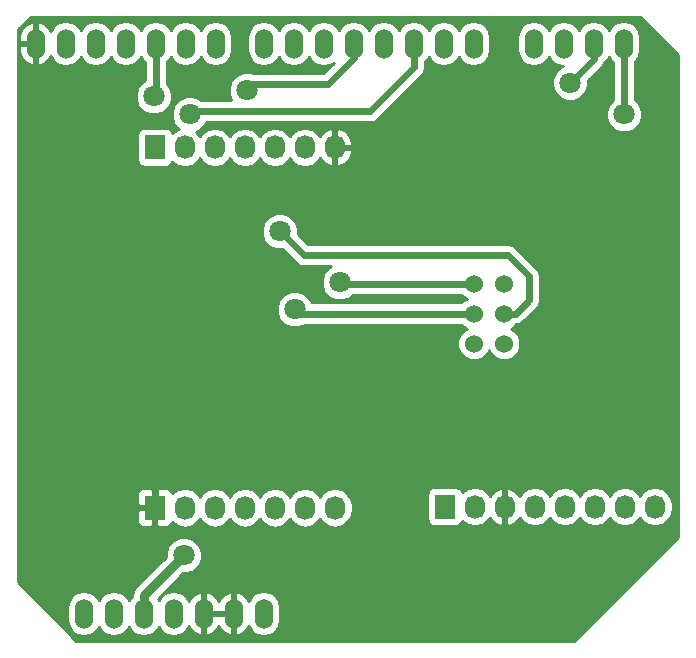
<source format=gtl>
G04 #@! TF.FileFunction,Copper,L1,Top,Signal*
%FSLAX46Y46*%
G04 Gerber Fmt 4.6, Leading zero omitted, Abs format (unit mm)*
G04 Created by KiCad (PCBNEW 4.0.2+e4-6225~38~ubuntu15.10.1-stable) date lun 30 may 2016 16:09:53 CLT*
%MOMM*%
G01*
G04 APERTURE LIST*
%ADD10C,0.100000*%
%ADD11O,1.524000X2.540000*%
%ADD12C,1.524000*%
%ADD13R,1.727200X2.032000*%
%ADD14O,1.727200X2.032000*%
%ADD15C,1.800000*%
%ADD16C,0.600000*%
%ADD17C,0.750000*%
%ADD18C,0.254000*%
G04 APERTURE END LIST*
D10*
D11*
X217081100Y-54203600D03*
X219621100Y-54203600D03*
X222161100Y-54203600D03*
X224701100Y-54203600D03*
X194221100Y-102463600D03*
X191681100Y-102463600D03*
X189141100Y-102463600D03*
X184061100Y-102463600D03*
X181521100Y-102463600D03*
X212001100Y-54203600D03*
X209461100Y-54203600D03*
X206921100Y-54203600D03*
X204381100Y-54203600D03*
X201841100Y-54203600D03*
X199301100Y-54203600D03*
X196761100Y-54203600D03*
X194221100Y-54203600D03*
X190157100Y-54203600D03*
X187617100Y-54203600D03*
X185077100Y-54203600D03*
X182537100Y-54203600D03*
X179997100Y-54203600D03*
X177457100Y-54203600D03*
X174917100Y-54203600D03*
X186601100Y-102463600D03*
D12*
X212001100Y-74523600D03*
X214541100Y-74523600D03*
X212001100Y-77063600D03*
X214541100Y-77063600D03*
X212001100Y-79603600D03*
X214541100Y-79603600D03*
D11*
X178981100Y-102463600D03*
D13*
X185000000Y-93500000D03*
D14*
X187540000Y-93500000D03*
X190080000Y-93500000D03*
X192620000Y-93500000D03*
X195160000Y-93500000D03*
X197700000Y-93500000D03*
X200240000Y-93500000D03*
D13*
X185000000Y-63000000D03*
D14*
X187540000Y-63000000D03*
X190080000Y-63000000D03*
X192620000Y-63000000D03*
X195160000Y-63000000D03*
X197700000Y-63000000D03*
X200240000Y-63000000D03*
D13*
X209550000Y-93408500D03*
D14*
X212090000Y-93408500D03*
X214630000Y-93408500D03*
X217170000Y-93408500D03*
X219710000Y-93408500D03*
X222250000Y-93408500D03*
X224790000Y-93408500D03*
X227330000Y-93408500D03*
D15*
X220154500Y-57531000D03*
X224726500Y-60198000D03*
X175323500Y-70167500D03*
X187452000Y-97536000D03*
X187960000Y-60198000D03*
X192786000Y-58166000D03*
X184912000Y-58674000D03*
X200660000Y-74422000D03*
X196850000Y-76708000D03*
X195580000Y-70104000D03*
D16*
X222161100Y-55524400D02*
X222161100Y-54203600D01*
X220154500Y-57531000D02*
X222161100Y-55524400D01*
X224701100Y-60172600D02*
X224701100Y-54203600D01*
X224726500Y-60198000D02*
X224701100Y-60172600D01*
X185000000Y-93500000D02*
X185000000Y-79844000D01*
X185000000Y-79844000D02*
X175323500Y-70167500D01*
D17*
X184061100Y-102463600D02*
X184061100Y-100926900D01*
X184061100Y-100926900D02*
X187452000Y-97536000D01*
D16*
X206921100Y-56222900D02*
X206921100Y-54203600D01*
X203200000Y-59944000D02*
X206921100Y-56222900D01*
X188214000Y-59944000D02*
X203200000Y-59944000D01*
X187960000Y-60198000D02*
X188214000Y-59944000D01*
X199644000Y-57658000D02*
X201841100Y-55460900D01*
X193294000Y-57658000D02*
X199644000Y-57658000D01*
X192786000Y-58166000D02*
X193294000Y-57658000D01*
X201841100Y-55460900D02*
X201841100Y-54203600D01*
X185077100Y-58508900D02*
X185077100Y-54203600D01*
X184912000Y-58674000D02*
X185077100Y-58508900D01*
X200761600Y-74523600D02*
X212001100Y-74523600D01*
X200660000Y-74422000D02*
X200761600Y-74523600D01*
X197205600Y-77063600D02*
X212001100Y-77063600D01*
X196850000Y-76708000D02*
X197205600Y-77063600D01*
X215544400Y-77063600D02*
X214541100Y-77063600D01*
X216662000Y-75946000D02*
X215544400Y-77063600D01*
X216662000Y-73914000D02*
X216662000Y-75946000D01*
X214884000Y-72136000D02*
X216662000Y-73914000D01*
X197612000Y-72136000D02*
X214884000Y-72136000D01*
X195580000Y-70104000D02*
X197612000Y-72136000D01*
D18*
G36*
X229298500Y-55170606D02*
X229298500Y-95959394D01*
X220482894Y-104775000D01*
X178360606Y-104775000D01*
X175503885Y-101918279D01*
X177584100Y-101918279D01*
X177584100Y-103008921D01*
X177690440Y-103543530D01*
X177993272Y-103996749D01*
X178446491Y-104299581D01*
X178981100Y-104405921D01*
X179515709Y-104299581D01*
X179968928Y-103996749D01*
X180251100Y-103574450D01*
X180533272Y-103996749D01*
X180986491Y-104299581D01*
X181521100Y-104405921D01*
X182055709Y-104299581D01*
X182508928Y-103996749D01*
X182791100Y-103574450D01*
X183073272Y-103996749D01*
X183526491Y-104299581D01*
X184061100Y-104405921D01*
X184595709Y-104299581D01*
X185048928Y-103996749D01*
X185331100Y-103574450D01*
X185613272Y-103996749D01*
X186066491Y-104299581D01*
X186601100Y-104405921D01*
X187135709Y-104299581D01*
X187588928Y-103996749D01*
X187880430Y-103560487D01*
X187899041Y-103623541D01*
X188243074Y-104049230D01*
X188723823Y-104310860D01*
X188798030Y-104325820D01*
X189014100Y-104203320D01*
X189014100Y-102590600D01*
X189268100Y-102590600D01*
X189268100Y-104203320D01*
X189484170Y-104325820D01*
X189558377Y-104310860D01*
X190039126Y-104049230D01*
X190383159Y-103623541D01*
X190411100Y-103528877D01*
X190439041Y-103623541D01*
X190783074Y-104049230D01*
X191263823Y-104310860D01*
X191338030Y-104325820D01*
X191554100Y-104203320D01*
X191554100Y-102590600D01*
X189268100Y-102590600D01*
X189014100Y-102590600D01*
X188994100Y-102590600D01*
X188994100Y-102336600D01*
X189014100Y-102336600D01*
X189014100Y-100723880D01*
X189268100Y-100723880D01*
X189268100Y-102336600D01*
X191554100Y-102336600D01*
X191554100Y-100723880D01*
X191808100Y-100723880D01*
X191808100Y-102336600D01*
X191828100Y-102336600D01*
X191828100Y-102590600D01*
X191808100Y-102590600D01*
X191808100Y-104203320D01*
X192024170Y-104325820D01*
X192098377Y-104310860D01*
X192579126Y-104049230D01*
X192923159Y-103623541D01*
X192941770Y-103560487D01*
X193233272Y-103996749D01*
X193686491Y-104299581D01*
X194221100Y-104405921D01*
X194755709Y-104299581D01*
X195208928Y-103996749D01*
X195511760Y-103543530D01*
X195618100Y-103008921D01*
X195618100Y-101918279D01*
X195511760Y-101383670D01*
X195208928Y-100930451D01*
X194755709Y-100627619D01*
X194221100Y-100521279D01*
X193686491Y-100627619D01*
X193233272Y-100930451D01*
X192941770Y-101366713D01*
X192923159Y-101303659D01*
X192579126Y-100877970D01*
X192098377Y-100616340D01*
X192024170Y-100601380D01*
X191808100Y-100723880D01*
X191554100Y-100723880D01*
X191338030Y-100601380D01*
X191263823Y-100616340D01*
X190783074Y-100877970D01*
X190439041Y-101303659D01*
X190411100Y-101398323D01*
X190383159Y-101303659D01*
X190039126Y-100877970D01*
X189558377Y-100616340D01*
X189484170Y-100601380D01*
X189268100Y-100723880D01*
X189014100Y-100723880D01*
X188798030Y-100601380D01*
X188723823Y-100616340D01*
X188243074Y-100877970D01*
X187899041Y-101303659D01*
X187880430Y-101366713D01*
X187588928Y-100930451D01*
X187135709Y-100627619D01*
X186601100Y-100521279D01*
X186066491Y-100627619D01*
X185613272Y-100930451D01*
X185331100Y-101352750D01*
X185223957Y-101192399D01*
X187345449Y-99070907D01*
X187755991Y-99071265D01*
X188320371Y-98838068D01*
X188752551Y-98406643D01*
X188986733Y-97842670D01*
X188987265Y-97232009D01*
X188754068Y-96667629D01*
X188322643Y-96235449D01*
X187758670Y-96001267D01*
X187148009Y-96000735D01*
X186583629Y-96233932D01*
X186151449Y-96665357D01*
X185917267Y-97229330D01*
X185916907Y-97642737D01*
X183346922Y-100212722D01*
X183127982Y-100540390D01*
X183051100Y-100926900D01*
X183051100Y-100963634D01*
X182791100Y-101352750D01*
X182508928Y-100930451D01*
X182055709Y-100627619D01*
X181521100Y-100521279D01*
X180986491Y-100627619D01*
X180533272Y-100930451D01*
X180251100Y-101352750D01*
X179968928Y-100930451D01*
X179515709Y-100627619D01*
X178981100Y-100521279D01*
X178446491Y-100627619D01*
X177993272Y-100930451D01*
X177690440Y-101383670D01*
X177584100Y-101918279D01*
X175503885Y-101918279D01*
X173418500Y-99832894D01*
X173418500Y-93785750D01*
X183501400Y-93785750D01*
X183501400Y-94642309D01*
X183598073Y-94875698D01*
X183776701Y-95054327D01*
X184010090Y-95151000D01*
X184714250Y-95151000D01*
X184873000Y-94992250D01*
X184873000Y-93627000D01*
X183660150Y-93627000D01*
X183501400Y-93785750D01*
X173418500Y-93785750D01*
X173418500Y-92357691D01*
X183501400Y-92357691D01*
X183501400Y-93214250D01*
X183660150Y-93373000D01*
X184873000Y-93373000D01*
X184873000Y-92007750D01*
X185127000Y-92007750D01*
X185127000Y-93373000D01*
X185147000Y-93373000D01*
X185147000Y-93627000D01*
X185127000Y-93627000D01*
X185127000Y-94992250D01*
X185285750Y-95151000D01*
X185989910Y-95151000D01*
X186223299Y-95054327D01*
X186401927Y-94875698D01*
X186465500Y-94722220D01*
X186480330Y-94744415D01*
X186966511Y-95069271D01*
X187540000Y-95183345D01*
X188113489Y-95069271D01*
X188599670Y-94744415D01*
X188810000Y-94429634D01*
X189020330Y-94744415D01*
X189506511Y-95069271D01*
X190080000Y-95183345D01*
X190653489Y-95069271D01*
X191139670Y-94744415D01*
X191350000Y-94429634D01*
X191560330Y-94744415D01*
X192046511Y-95069271D01*
X192620000Y-95183345D01*
X193193489Y-95069271D01*
X193679670Y-94744415D01*
X193890000Y-94429634D01*
X194100330Y-94744415D01*
X194586511Y-95069271D01*
X195160000Y-95183345D01*
X195733489Y-95069271D01*
X196219670Y-94744415D01*
X196430000Y-94429634D01*
X196640330Y-94744415D01*
X197126511Y-95069271D01*
X197700000Y-95183345D01*
X198273489Y-95069271D01*
X198759670Y-94744415D01*
X198970000Y-94429634D01*
X199180330Y-94744415D01*
X199666511Y-95069271D01*
X200240000Y-95183345D01*
X200813489Y-95069271D01*
X201299670Y-94744415D01*
X201624526Y-94258234D01*
X201738600Y-93684745D01*
X201738600Y-93315255D01*
X201624526Y-92741766D01*
X201391154Y-92392500D01*
X208038960Y-92392500D01*
X208038960Y-94424500D01*
X208083238Y-94659817D01*
X208222310Y-94875941D01*
X208434510Y-95020931D01*
X208686400Y-95071940D01*
X210413600Y-95071940D01*
X210648917Y-95027662D01*
X210865041Y-94888590D01*
X211010031Y-94676390D01*
X211018400Y-94635061D01*
X211030330Y-94652915D01*
X211516511Y-94977771D01*
X212090000Y-95091845D01*
X212663489Y-94977771D01*
X213149670Y-94652915D01*
X213356461Y-94343431D01*
X213727964Y-94759232D01*
X214255209Y-95013209D01*
X214270974Y-95015858D01*
X214503000Y-94894717D01*
X214503000Y-93535500D01*
X214483000Y-93535500D01*
X214483000Y-93281500D01*
X214503000Y-93281500D01*
X214503000Y-91922283D01*
X214757000Y-91922283D01*
X214757000Y-93281500D01*
X214777000Y-93281500D01*
X214777000Y-93535500D01*
X214757000Y-93535500D01*
X214757000Y-94894717D01*
X214989026Y-95015858D01*
X215004791Y-95013209D01*
X215532036Y-94759232D01*
X215903539Y-94343431D01*
X216110330Y-94652915D01*
X216596511Y-94977771D01*
X217170000Y-95091845D01*
X217743489Y-94977771D01*
X218229670Y-94652915D01*
X218440000Y-94338134D01*
X218650330Y-94652915D01*
X219136511Y-94977771D01*
X219710000Y-95091845D01*
X220283489Y-94977771D01*
X220769670Y-94652915D01*
X220980000Y-94338134D01*
X221190330Y-94652915D01*
X221676511Y-94977771D01*
X222250000Y-95091845D01*
X222823489Y-94977771D01*
X223309670Y-94652915D01*
X223520000Y-94338134D01*
X223730330Y-94652915D01*
X224216511Y-94977771D01*
X224790000Y-95091845D01*
X225363489Y-94977771D01*
X225849670Y-94652915D01*
X226060000Y-94338134D01*
X226270330Y-94652915D01*
X226756511Y-94977771D01*
X227330000Y-95091845D01*
X227903489Y-94977771D01*
X228389670Y-94652915D01*
X228714526Y-94166734D01*
X228828600Y-93593245D01*
X228828600Y-93223755D01*
X228714526Y-92650266D01*
X228389670Y-92164085D01*
X227903489Y-91839229D01*
X227330000Y-91725155D01*
X226756511Y-91839229D01*
X226270330Y-92164085D01*
X226060000Y-92478866D01*
X225849670Y-92164085D01*
X225363489Y-91839229D01*
X224790000Y-91725155D01*
X224216511Y-91839229D01*
X223730330Y-92164085D01*
X223520000Y-92478866D01*
X223309670Y-92164085D01*
X222823489Y-91839229D01*
X222250000Y-91725155D01*
X221676511Y-91839229D01*
X221190330Y-92164085D01*
X220980000Y-92478866D01*
X220769670Y-92164085D01*
X220283489Y-91839229D01*
X219710000Y-91725155D01*
X219136511Y-91839229D01*
X218650330Y-92164085D01*
X218440000Y-92478866D01*
X218229670Y-92164085D01*
X217743489Y-91839229D01*
X217170000Y-91725155D01*
X216596511Y-91839229D01*
X216110330Y-92164085D01*
X215903539Y-92473569D01*
X215532036Y-92057768D01*
X215004791Y-91803791D01*
X214989026Y-91801142D01*
X214757000Y-91922283D01*
X214503000Y-91922283D01*
X214270974Y-91801142D01*
X214255209Y-91803791D01*
X213727964Y-92057768D01*
X213356461Y-92473569D01*
X213149670Y-92164085D01*
X212663489Y-91839229D01*
X212090000Y-91725155D01*
X211516511Y-91839229D01*
X211030330Y-92164085D01*
X211020757Y-92178413D01*
X211016762Y-92157183D01*
X210877690Y-91941059D01*
X210665490Y-91796069D01*
X210413600Y-91745060D01*
X208686400Y-91745060D01*
X208451083Y-91789338D01*
X208234959Y-91928410D01*
X208089969Y-92140610D01*
X208038960Y-92392500D01*
X201391154Y-92392500D01*
X201299670Y-92255585D01*
X200813489Y-91930729D01*
X200240000Y-91816655D01*
X199666511Y-91930729D01*
X199180330Y-92255585D01*
X198970000Y-92570366D01*
X198759670Y-92255585D01*
X198273489Y-91930729D01*
X197700000Y-91816655D01*
X197126511Y-91930729D01*
X196640330Y-92255585D01*
X196430000Y-92570366D01*
X196219670Y-92255585D01*
X195733489Y-91930729D01*
X195160000Y-91816655D01*
X194586511Y-91930729D01*
X194100330Y-92255585D01*
X193890000Y-92570366D01*
X193679670Y-92255585D01*
X193193489Y-91930729D01*
X192620000Y-91816655D01*
X192046511Y-91930729D01*
X191560330Y-92255585D01*
X191350000Y-92570366D01*
X191139670Y-92255585D01*
X190653489Y-91930729D01*
X190080000Y-91816655D01*
X189506511Y-91930729D01*
X189020330Y-92255585D01*
X188810000Y-92570366D01*
X188599670Y-92255585D01*
X188113489Y-91930729D01*
X187540000Y-91816655D01*
X186966511Y-91930729D01*
X186480330Y-92255585D01*
X186465500Y-92277780D01*
X186401927Y-92124302D01*
X186223299Y-91945673D01*
X185989910Y-91849000D01*
X185285750Y-91849000D01*
X185127000Y-92007750D01*
X184873000Y-92007750D01*
X184714250Y-91849000D01*
X184010090Y-91849000D01*
X183776701Y-91945673D01*
X183598073Y-92124302D01*
X183501400Y-92357691D01*
X173418500Y-92357691D01*
X173418500Y-70407991D01*
X194044735Y-70407991D01*
X194277932Y-70972371D01*
X194709357Y-71404551D01*
X195273330Y-71638733D01*
X195792896Y-71639186D01*
X196950855Y-72797145D01*
X197254191Y-72999827D01*
X197612000Y-73071000D01*
X199910054Y-73071000D01*
X199791629Y-73119932D01*
X199359449Y-73551357D01*
X199125267Y-74115330D01*
X199124735Y-74725991D01*
X199357932Y-75290371D01*
X199789357Y-75722551D01*
X200353330Y-75956733D01*
X200963991Y-75957265D01*
X201528371Y-75724068D01*
X201794304Y-75458600D01*
X210960535Y-75458600D01*
X211208730Y-75707229D01*
X211416612Y-75793549D01*
X211210797Y-75878590D01*
X210960350Y-76128600D01*
X198271468Y-76128600D01*
X198152068Y-75839629D01*
X197720643Y-75407449D01*
X197156670Y-75173267D01*
X196546009Y-75172735D01*
X195981629Y-75405932D01*
X195549449Y-75837357D01*
X195315267Y-76401330D01*
X195314735Y-77011991D01*
X195547932Y-77576371D01*
X195979357Y-78008551D01*
X196543330Y-78242733D01*
X197153991Y-78243265D01*
X197718371Y-78010068D01*
X197729859Y-77998600D01*
X210960535Y-77998600D01*
X211208730Y-78247229D01*
X211416612Y-78333549D01*
X211210797Y-78418590D01*
X210817471Y-78811230D01*
X210604343Y-79324500D01*
X210603858Y-79880261D01*
X210816090Y-80393903D01*
X211208730Y-80787229D01*
X211722000Y-81000357D01*
X212277761Y-81000842D01*
X212791403Y-80788610D01*
X213184729Y-80395970D01*
X213271049Y-80188088D01*
X213356090Y-80393903D01*
X213748730Y-80787229D01*
X214262000Y-81000357D01*
X214817761Y-81000842D01*
X215331403Y-80788610D01*
X215724729Y-80395970D01*
X215937857Y-79882700D01*
X215938342Y-79326939D01*
X215726110Y-78813297D01*
X215333470Y-78419971D01*
X215125588Y-78333651D01*
X215331403Y-78248610D01*
X215591169Y-77989297D01*
X215902209Y-77927427D01*
X216205545Y-77724745D01*
X217323145Y-76607145D01*
X217525827Y-76303809D01*
X217597000Y-75946000D01*
X217597000Y-73914000D01*
X217525827Y-73556191D01*
X217323145Y-73252855D01*
X215545145Y-71474855D01*
X215241809Y-71272173D01*
X214884000Y-71201000D01*
X197999290Y-71201000D01*
X197114815Y-70316525D01*
X197115265Y-69800009D01*
X196882068Y-69235629D01*
X196450643Y-68803449D01*
X195886670Y-68569267D01*
X195276009Y-68568735D01*
X194711629Y-68801932D01*
X194279449Y-69233357D01*
X194045267Y-69797330D01*
X194044735Y-70407991D01*
X173418500Y-70407991D01*
X173418500Y-61984000D01*
X183488960Y-61984000D01*
X183488960Y-64016000D01*
X183533238Y-64251317D01*
X183672310Y-64467441D01*
X183884510Y-64612431D01*
X184136400Y-64663440D01*
X185863600Y-64663440D01*
X186098917Y-64619162D01*
X186315041Y-64480090D01*
X186460031Y-64267890D01*
X186468400Y-64226561D01*
X186480330Y-64244415D01*
X186966511Y-64569271D01*
X187540000Y-64683345D01*
X188113489Y-64569271D01*
X188599670Y-64244415D01*
X188810000Y-63929634D01*
X189020330Y-64244415D01*
X189506511Y-64569271D01*
X190080000Y-64683345D01*
X190653489Y-64569271D01*
X191139670Y-64244415D01*
X191350000Y-63929634D01*
X191560330Y-64244415D01*
X192046511Y-64569271D01*
X192620000Y-64683345D01*
X193193489Y-64569271D01*
X193679670Y-64244415D01*
X193890000Y-63929634D01*
X194100330Y-64244415D01*
X194586511Y-64569271D01*
X195160000Y-64683345D01*
X195733489Y-64569271D01*
X196219670Y-64244415D01*
X196430000Y-63929634D01*
X196640330Y-64244415D01*
X197126511Y-64569271D01*
X197700000Y-64683345D01*
X198273489Y-64569271D01*
X198759670Y-64244415D01*
X198966461Y-63934931D01*
X199337964Y-64350732D01*
X199865209Y-64604709D01*
X199880974Y-64607358D01*
X200113000Y-64486217D01*
X200113000Y-63127000D01*
X200367000Y-63127000D01*
X200367000Y-64486217D01*
X200599026Y-64607358D01*
X200614791Y-64604709D01*
X201142036Y-64350732D01*
X201531954Y-63914320D01*
X201725184Y-63361913D01*
X201580924Y-63127000D01*
X200367000Y-63127000D01*
X200113000Y-63127000D01*
X200093000Y-63127000D01*
X200093000Y-62873000D01*
X200113000Y-62873000D01*
X200113000Y-61513783D01*
X200367000Y-61513783D01*
X200367000Y-62873000D01*
X201580924Y-62873000D01*
X201725184Y-62638087D01*
X201531954Y-62085680D01*
X201142036Y-61649268D01*
X200614791Y-61395291D01*
X200599026Y-61392642D01*
X200367000Y-61513783D01*
X200113000Y-61513783D01*
X199880974Y-61392642D01*
X199865209Y-61395291D01*
X199337964Y-61649268D01*
X198966461Y-62065069D01*
X198759670Y-61755585D01*
X198273489Y-61430729D01*
X197700000Y-61316655D01*
X197126511Y-61430729D01*
X196640330Y-61755585D01*
X196430000Y-62070366D01*
X196219670Y-61755585D01*
X195733489Y-61430729D01*
X195160000Y-61316655D01*
X194586511Y-61430729D01*
X194100330Y-61755585D01*
X193890000Y-62070366D01*
X193679670Y-61755585D01*
X193193489Y-61430729D01*
X192620000Y-61316655D01*
X192046511Y-61430729D01*
X191560330Y-61755585D01*
X191350000Y-62070366D01*
X191139670Y-61755585D01*
X190653489Y-61430729D01*
X190080000Y-61316655D01*
X189506511Y-61430729D01*
X189020330Y-61755585D01*
X188810000Y-62070366D01*
X188599670Y-61755585D01*
X188450767Y-61656091D01*
X188828371Y-61500068D01*
X189260551Y-61068643D01*
X189339298Y-60879000D01*
X203200000Y-60879000D01*
X203557809Y-60807827D01*
X203861145Y-60605145D01*
X207582245Y-56884045D01*
X207784927Y-56580709D01*
X207856100Y-56222900D01*
X207856100Y-55772048D01*
X207908928Y-55736749D01*
X208191100Y-55314450D01*
X208473272Y-55736749D01*
X208926491Y-56039581D01*
X209461100Y-56145921D01*
X209995709Y-56039581D01*
X210448928Y-55736749D01*
X210731100Y-55314450D01*
X211013272Y-55736749D01*
X211466491Y-56039581D01*
X212001100Y-56145921D01*
X212535709Y-56039581D01*
X212988928Y-55736749D01*
X213291760Y-55283530D01*
X213398100Y-54748921D01*
X213398100Y-53658279D01*
X215684100Y-53658279D01*
X215684100Y-54748921D01*
X215790440Y-55283530D01*
X216093272Y-55736749D01*
X216546491Y-56039581D01*
X217081100Y-56145921D01*
X217615709Y-56039581D01*
X218068928Y-55736749D01*
X218351100Y-55314450D01*
X218633272Y-55736749D01*
X219086491Y-56039581D01*
X219530599Y-56127919D01*
X219286129Y-56228932D01*
X218853949Y-56660357D01*
X218619767Y-57224330D01*
X218619235Y-57834991D01*
X218852432Y-58399371D01*
X219283857Y-58831551D01*
X219847830Y-59065733D01*
X220458491Y-59066265D01*
X221022871Y-58833068D01*
X221455051Y-58401643D01*
X221689233Y-57837670D01*
X221689686Y-57318104D01*
X222822245Y-56185545D01*
X223024927Y-55882209D01*
X223039289Y-55810008D01*
X223148928Y-55736749D01*
X223431100Y-55314450D01*
X223713272Y-55736749D01*
X223766100Y-55772048D01*
X223766100Y-58987800D01*
X223425949Y-59327357D01*
X223191767Y-59891330D01*
X223191235Y-60501991D01*
X223424432Y-61066371D01*
X223855857Y-61498551D01*
X224419830Y-61732733D01*
X225030491Y-61733265D01*
X225594871Y-61500068D01*
X226027051Y-61068643D01*
X226261233Y-60504670D01*
X226261765Y-59894009D01*
X226028568Y-59329629D01*
X225636100Y-58936474D01*
X225636100Y-55772048D01*
X225688928Y-55736749D01*
X225991760Y-55283530D01*
X226098100Y-54748921D01*
X226098100Y-53658279D01*
X225991760Y-53123670D01*
X225688928Y-52670451D01*
X225235709Y-52367619D01*
X224701100Y-52261279D01*
X224166491Y-52367619D01*
X223713272Y-52670451D01*
X223431100Y-53092750D01*
X223148928Y-52670451D01*
X222695709Y-52367619D01*
X222161100Y-52261279D01*
X221626491Y-52367619D01*
X221173272Y-52670451D01*
X220891100Y-53092750D01*
X220608928Y-52670451D01*
X220155709Y-52367619D01*
X219621100Y-52261279D01*
X219086491Y-52367619D01*
X218633272Y-52670451D01*
X218351100Y-53092750D01*
X218068928Y-52670451D01*
X217615709Y-52367619D01*
X217081100Y-52261279D01*
X216546491Y-52367619D01*
X216093272Y-52670451D01*
X215790440Y-53123670D01*
X215684100Y-53658279D01*
X213398100Y-53658279D01*
X213291760Y-53123670D01*
X212988928Y-52670451D01*
X212535709Y-52367619D01*
X212001100Y-52261279D01*
X211466491Y-52367619D01*
X211013272Y-52670451D01*
X210731100Y-53092750D01*
X210448928Y-52670451D01*
X209995709Y-52367619D01*
X209461100Y-52261279D01*
X208926491Y-52367619D01*
X208473272Y-52670451D01*
X208191100Y-53092750D01*
X207908928Y-52670451D01*
X207455709Y-52367619D01*
X206921100Y-52261279D01*
X206386491Y-52367619D01*
X205933272Y-52670451D01*
X205651100Y-53092750D01*
X205368928Y-52670451D01*
X204915709Y-52367619D01*
X204381100Y-52261279D01*
X203846491Y-52367619D01*
X203393272Y-52670451D01*
X203111100Y-53092750D01*
X202828928Y-52670451D01*
X202375709Y-52367619D01*
X201841100Y-52261279D01*
X201306491Y-52367619D01*
X200853272Y-52670451D01*
X200571100Y-53092750D01*
X200288928Y-52670451D01*
X199835709Y-52367619D01*
X199301100Y-52261279D01*
X198766491Y-52367619D01*
X198313272Y-52670451D01*
X198031100Y-53092750D01*
X197748928Y-52670451D01*
X197295709Y-52367619D01*
X196761100Y-52261279D01*
X196226491Y-52367619D01*
X195773272Y-52670451D01*
X195491100Y-53092750D01*
X195208928Y-52670451D01*
X194755709Y-52367619D01*
X194221100Y-52261279D01*
X193686491Y-52367619D01*
X193233272Y-52670451D01*
X192930440Y-53123670D01*
X192824100Y-53658279D01*
X192824100Y-54748921D01*
X192930440Y-55283530D01*
X193233272Y-55736749D01*
X193686491Y-56039581D01*
X194221100Y-56145921D01*
X194755709Y-56039581D01*
X195208928Y-55736749D01*
X195491100Y-55314450D01*
X195773272Y-55736749D01*
X196226491Y-56039581D01*
X196761100Y-56145921D01*
X197295709Y-56039581D01*
X197748928Y-55736749D01*
X198031100Y-55314450D01*
X198313272Y-55736749D01*
X198766491Y-56039581D01*
X199301100Y-56145921D01*
X199835709Y-56039581D01*
X200150398Y-55829312D01*
X199256710Y-56723000D01*
X193313588Y-56723000D01*
X193092670Y-56631267D01*
X192482009Y-56630735D01*
X191917629Y-56863932D01*
X191485449Y-57295357D01*
X191251267Y-57859330D01*
X191250735Y-58469991D01*
X191473449Y-59009000D01*
X188941999Y-59009000D01*
X188830643Y-58897449D01*
X188266670Y-58663267D01*
X187656009Y-58662735D01*
X187091629Y-58895932D01*
X186659449Y-59327357D01*
X186425267Y-59891330D01*
X186424735Y-60501991D01*
X186657932Y-61066371D01*
X187012518Y-61421578D01*
X186966511Y-61430729D01*
X186480330Y-61755585D01*
X186470757Y-61769913D01*
X186466762Y-61748683D01*
X186327690Y-61532559D01*
X186115490Y-61387569D01*
X185863600Y-61336560D01*
X184136400Y-61336560D01*
X183901083Y-61380838D01*
X183684959Y-61519910D01*
X183539969Y-61732110D01*
X183488960Y-61984000D01*
X173418500Y-61984000D01*
X173418500Y-54330600D01*
X173520100Y-54330600D01*
X173520100Y-54838600D01*
X173675041Y-55363541D01*
X174019074Y-55789230D01*
X174499823Y-56050860D01*
X174574030Y-56065820D01*
X174790100Y-55943320D01*
X174790100Y-54330600D01*
X173520100Y-54330600D01*
X173418500Y-54330600D01*
X173418500Y-53568600D01*
X173520100Y-53568600D01*
X173520100Y-54076600D01*
X174790100Y-54076600D01*
X174790100Y-52463880D01*
X175044100Y-52463880D01*
X175044100Y-54076600D01*
X175064100Y-54076600D01*
X175064100Y-54330600D01*
X175044100Y-54330600D01*
X175044100Y-55943320D01*
X175260170Y-56065820D01*
X175334377Y-56050860D01*
X175815126Y-55789230D01*
X176159159Y-55363541D01*
X176177770Y-55300487D01*
X176469272Y-55736749D01*
X176922491Y-56039581D01*
X177457100Y-56145921D01*
X177991709Y-56039581D01*
X178444928Y-55736749D01*
X178727100Y-55314450D01*
X179009272Y-55736749D01*
X179462491Y-56039581D01*
X179997100Y-56145921D01*
X180531709Y-56039581D01*
X180984928Y-55736749D01*
X181267100Y-55314450D01*
X181549272Y-55736749D01*
X182002491Y-56039581D01*
X182537100Y-56145921D01*
X183071709Y-56039581D01*
X183524928Y-55736749D01*
X183807100Y-55314450D01*
X184089272Y-55736749D01*
X184142100Y-55772048D01*
X184142100Y-57331245D01*
X184043629Y-57371932D01*
X183611449Y-57803357D01*
X183377267Y-58367330D01*
X183376735Y-58977991D01*
X183609932Y-59542371D01*
X184041357Y-59974551D01*
X184605330Y-60208733D01*
X185215991Y-60209265D01*
X185780371Y-59976068D01*
X186212551Y-59544643D01*
X186446733Y-58980670D01*
X186447265Y-58370009D01*
X186214068Y-57805629D01*
X186012100Y-57603308D01*
X186012100Y-55772048D01*
X186064928Y-55736749D01*
X186347100Y-55314450D01*
X186629272Y-55736749D01*
X187082491Y-56039581D01*
X187617100Y-56145921D01*
X188151709Y-56039581D01*
X188604928Y-55736749D01*
X188887100Y-55314450D01*
X189169272Y-55736749D01*
X189622491Y-56039581D01*
X190157100Y-56145921D01*
X190691709Y-56039581D01*
X191144928Y-55736749D01*
X191447760Y-55283530D01*
X191554100Y-54748921D01*
X191554100Y-53658279D01*
X191447760Y-53123670D01*
X191144928Y-52670451D01*
X190691709Y-52367619D01*
X190157100Y-52261279D01*
X189622491Y-52367619D01*
X189169272Y-52670451D01*
X188887100Y-53092750D01*
X188604928Y-52670451D01*
X188151709Y-52367619D01*
X187617100Y-52261279D01*
X187082491Y-52367619D01*
X186629272Y-52670451D01*
X186347100Y-53092750D01*
X186064928Y-52670451D01*
X185611709Y-52367619D01*
X185077100Y-52261279D01*
X184542491Y-52367619D01*
X184089272Y-52670451D01*
X183807100Y-53092750D01*
X183524928Y-52670451D01*
X183071709Y-52367619D01*
X182537100Y-52261279D01*
X182002491Y-52367619D01*
X181549272Y-52670451D01*
X181267100Y-53092750D01*
X180984928Y-52670451D01*
X180531709Y-52367619D01*
X179997100Y-52261279D01*
X179462491Y-52367619D01*
X179009272Y-52670451D01*
X178727100Y-53092750D01*
X178444928Y-52670451D01*
X177991709Y-52367619D01*
X177457100Y-52261279D01*
X176922491Y-52367619D01*
X176469272Y-52670451D01*
X176177770Y-53106713D01*
X176159159Y-53043659D01*
X175815126Y-52617970D01*
X175334377Y-52356340D01*
X175260170Y-52341380D01*
X175044100Y-52463880D01*
X174790100Y-52463880D01*
X174574030Y-52341380D01*
X174499823Y-52356340D01*
X174019074Y-52617970D01*
X173675041Y-53043659D01*
X173520100Y-53568600D01*
X173418500Y-53568600D01*
X173418500Y-53011606D01*
X174487106Y-51943000D01*
X226070894Y-51943000D01*
X229298500Y-55170606D01*
X229298500Y-55170606D01*
G37*
X229298500Y-55170606D02*
X229298500Y-95959394D01*
X220482894Y-104775000D01*
X178360606Y-104775000D01*
X175503885Y-101918279D01*
X177584100Y-101918279D01*
X177584100Y-103008921D01*
X177690440Y-103543530D01*
X177993272Y-103996749D01*
X178446491Y-104299581D01*
X178981100Y-104405921D01*
X179515709Y-104299581D01*
X179968928Y-103996749D01*
X180251100Y-103574450D01*
X180533272Y-103996749D01*
X180986491Y-104299581D01*
X181521100Y-104405921D01*
X182055709Y-104299581D01*
X182508928Y-103996749D01*
X182791100Y-103574450D01*
X183073272Y-103996749D01*
X183526491Y-104299581D01*
X184061100Y-104405921D01*
X184595709Y-104299581D01*
X185048928Y-103996749D01*
X185331100Y-103574450D01*
X185613272Y-103996749D01*
X186066491Y-104299581D01*
X186601100Y-104405921D01*
X187135709Y-104299581D01*
X187588928Y-103996749D01*
X187880430Y-103560487D01*
X187899041Y-103623541D01*
X188243074Y-104049230D01*
X188723823Y-104310860D01*
X188798030Y-104325820D01*
X189014100Y-104203320D01*
X189014100Y-102590600D01*
X189268100Y-102590600D01*
X189268100Y-104203320D01*
X189484170Y-104325820D01*
X189558377Y-104310860D01*
X190039126Y-104049230D01*
X190383159Y-103623541D01*
X190411100Y-103528877D01*
X190439041Y-103623541D01*
X190783074Y-104049230D01*
X191263823Y-104310860D01*
X191338030Y-104325820D01*
X191554100Y-104203320D01*
X191554100Y-102590600D01*
X189268100Y-102590600D01*
X189014100Y-102590600D01*
X188994100Y-102590600D01*
X188994100Y-102336600D01*
X189014100Y-102336600D01*
X189014100Y-100723880D01*
X189268100Y-100723880D01*
X189268100Y-102336600D01*
X191554100Y-102336600D01*
X191554100Y-100723880D01*
X191808100Y-100723880D01*
X191808100Y-102336600D01*
X191828100Y-102336600D01*
X191828100Y-102590600D01*
X191808100Y-102590600D01*
X191808100Y-104203320D01*
X192024170Y-104325820D01*
X192098377Y-104310860D01*
X192579126Y-104049230D01*
X192923159Y-103623541D01*
X192941770Y-103560487D01*
X193233272Y-103996749D01*
X193686491Y-104299581D01*
X194221100Y-104405921D01*
X194755709Y-104299581D01*
X195208928Y-103996749D01*
X195511760Y-103543530D01*
X195618100Y-103008921D01*
X195618100Y-101918279D01*
X195511760Y-101383670D01*
X195208928Y-100930451D01*
X194755709Y-100627619D01*
X194221100Y-100521279D01*
X193686491Y-100627619D01*
X193233272Y-100930451D01*
X192941770Y-101366713D01*
X192923159Y-101303659D01*
X192579126Y-100877970D01*
X192098377Y-100616340D01*
X192024170Y-100601380D01*
X191808100Y-100723880D01*
X191554100Y-100723880D01*
X191338030Y-100601380D01*
X191263823Y-100616340D01*
X190783074Y-100877970D01*
X190439041Y-101303659D01*
X190411100Y-101398323D01*
X190383159Y-101303659D01*
X190039126Y-100877970D01*
X189558377Y-100616340D01*
X189484170Y-100601380D01*
X189268100Y-100723880D01*
X189014100Y-100723880D01*
X188798030Y-100601380D01*
X188723823Y-100616340D01*
X188243074Y-100877970D01*
X187899041Y-101303659D01*
X187880430Y-101366713D01*
X187588928Y-100930451D01*
X187135709Y-100627619D01*
X186601100Y-100521279D01*
X186066491Y-100627619D01*
X185613272Y-100930451D01*
X185331100Y-101352750D01*
X185223957Y-101192399D01*
X187345449Y-99070907D01*
X187755991Y-99071265D01*
X188320371Y-98838068D01*
X188752551Y-98406643D01*
X188986733Y-97842670D01*
X188987265Y-97232009D01*
X188754068Y-96667629D01*
X188322643Y-96235449D01*
X187758670Y-96001267D01*
X187148009Y-96000735D01*
X186583629Y-96233932D01*
X186151449Y-96665357D01*
X185917267Y-97229330D01*
X185916907Y-97642737D01*
X183346922Y-100212722D01*
X183127982Y-100540390D01*
X183051100Y-100926900D01*
X183051100Y-100963634D01*
X182791100Y-101352750D01*
X182508928Y-100930451D01*
X182055709Y-100627619D01*
X181521100Y-100521279D01*
X180986491Y-100627619D01*
X180533272Y-100930451D01*
X180251100Y-101352750D01*
X179968928Y-100930451D01*
X179515709Y-100627619D01*
X178981100Y-100521279D01*
X178446491Y-100627619D01*
X177993272Y-100930451D01*
X177690440Y-101383670D01*
X177584100Y-101918279D01*
X175503885Y-101918279D01*
X173418500Y-99832894D01*
X173418500Y-93785750D01*
X183501400Y-93785750D01*
X183501400Y-94642309D01*
X183598073Y-94875698D01*
X183776701Y-95054327D01*
X184010090Y-95151000D01*
X184714250Y-95151000D01*
X184873000Y-94992250D01*
X184873000Y-93627000D01*
X183660150Y-93627000D01*
X183501400Y-93785750D01*
X173418500Y-93785750D01*
X173418500Y-92357691D01*
X183501400Y-92357691D01*
X183501400Y-93214250D01*
X183660150Y-93373000D01*
X184873000Y-93373000D01*
X184873000Y-92007750D01*
X185127000Y-92007750D01*
X185127000Y-93373000D01*
X185147000Y-93373000D01*
X185147000Y-93627000D01*
X185127000Y-93627000D01*
X185127000Y-94992250D01*
X185285750Y-95151000D01*
X185989910Y-95151000D01*
X186223299Y-95054327D01*
X186401927Y-94875698D01*
X186465500Y-94722220D01*
X186480330Y-94744415D01*
X186966511Y-95069271D01*
X187540000Y-95183345D01*
X188113489Y-95069271D01*
X188599670Y-94744415D01*
X188810000Y-94429634D01*
X189020330Y-94744415D01*
X189506511Y-95069271D01*
X190080000Y-95183345D01*
X190653489Y-95069271D01*
X191139670Y-94744415D01*
X191350000Y-94429634D01*
X191560330Y-94744415D01*
X192046511Y-95069271D01*
X192620000Y-95183345D01*
X193193489Y-95069271D01*
X193679670Y-94744415D01*
X193890000Y-94429634D01*
X194100330Y-94744415D01*
X194586511Y-95069271D01*
X195160000Y-95183345D01*
X195733489Y-95069271D01*
X196219670Y-94744415D01*
X196430000Y-94429634D01*
X196640330Y-94744415D01*
X197126511Y-95069271D01*
X197700000Y-95183345D01*
X198273489Y-95069271D01*
X198759670Y-94744415D01*
X198970000Y-94429634D01*
X199180330Y-94744415D01*
X199666511Y-95069271D01*
X200240000Y-95183345D01*
X200813489Y-95069271D01*
X201299670Y-94744415D01*
X201624526Y-94258234D01*
X201738600Y-93684745D01*
X201738600Y-93315255D01*
X201624526Y-92741766D01*
X201391154Y-92392500D01*
X208038960Y-92392500D01*
X208038960Y-94424500D01*
X208083238Y-94659817D01*
X208222310Y-94875941D01*
X208434510Y-95020931D01*
X208686400Y-95071940D01*
X210413600Y-95071940D01*
X210648917Y-95027662D01*
X210865041Y-94888590D01*
X211010031Y-94676390D01*
X211018400Y-94635061D01*
X211030330Y-94652915D01*
X211516511Y-94977771D01*
X212090000Y-95091845D01*
X212663489Y-94977771D01*
X213149670Y-94652915D01*
X213356461Y-94343431D01*
X213727964Y-94759232D01*
X214255209Y-95013209D01*
X214270974Y-95015858D01*
X214503000Y-94894717D01*
X214503000Y-93535500D01*
X214483000Y-93535500D01*
X214483000Y-93281500D01*
X214503000Y-93281500D01*
X214503000Y-91922283D01*
X214757000Y-91922283D01*
X214757000Y-93281500D01*
X214777000Y-93281500D01*
X214777000Y-93535500D01*
X214757000Y-93535500D01*
X214757000Y-94894717D01*
X214989026Y-95015858D01*
X215004791Y-95013209D01*
X215532036Y-94759232D01*
X215903539Y-94343431D01*
X216110330Y-94652915D01*
X216596511Y-94977771D01*
X217170000Y-95091845D01*
X217743489Y-94977771D01*
X218229670Y-94652915D01*
X218440000Y-94338134D01*
X218650330Y-94652915D01*
X219136511Y-94977771D01*
X219710000Y-95091845D01*
X220283489Y-94977771D01*
X220769670Y-94652915D01*
X220980000Y-94338134D01*
X221190330Y-94652915D01*
X221676511Y-94977771D01*
X222250000Y-95091845D01*
X222823489Y-94977771D01*
X223309670Y-94652915D01*
X223520000Y-94338134D01*
X223730330Y-94652915D01*
X224216511Y-94977771D01*
X224790000Y-95091845D01*
X225363489Y-94977771D01*
X225849670Y-94652915D01*
X226060000Y-94338134D01*
X226270330Y-94652915D01*
X226756511Y-94977771D01*
X227330000Y-95091845D01*
X227903489Y-94977771D01*
X228389670Y-94652915D01*
X228714526Y-94166734D01*
X228828600Y-93593245D01*
X228828600Y-93223755D01*
X228714526Y-92650266D01*
X228389670Y-92164085D01*
X227903489Y-91839229D01*
X227330000Y-91725155D01*
X226756511Y-91839229D01*
X226270330Y-92164085D01*
X226060000Y-92478866D01*
X225849670Y-92164085D01*
X225363489Y-91839229D01*
X224790000Y-91725155D01*
X224216511Y-91839229D01*
X223730330Y-92164085D01*
X223520000Y-92478866D01*
X223309670Y-92164085D01*
X222823489Y-91839229D01*
X222250000Y-91725155D01*
X221676511Y-91839229D01*
X221190330Y-92164085D01*
X220980000Y-92478866D01*
X220769670Y-92164085D01*
X220283489Y-91839229D01*
X219710000Y-91725155D01*
X219136511Y-91839229D01*
X218650330Y-92164085D01*
X218440000Y-92478866D01*
X218229670Y-92164085D01*
X217743489Y-91839229D01*
X217170000Y-91725155D01*
X216596511Y-91839229D01*
X216110330Y-92164085D01*
X215903539Y-92473569D01*
X215532036Y-92057768D01*
X215004791Y-91803791D01*
X214989026Y-91801142D01*
X214757000Y-91922283D01*
X214503000Y-91922283D01*
X214270974Y-91801142D01*
X214255209Y-91803791D01*
X213727964Y-92057768D01*
X213356461Y-92473569D01*
X213149670Y-92164085D01*
X212663489Y-91839229D01*
X212090000Y-91725155D01*
X211516511Y-91839229D01*
X211030330Y-92164085D01*
X211020757Y-92178413D01*
X211016762Y-92157183D01*
X210877690Y-91941059D01*
X210665490Y-91796069D01*
X210413600Y-91745060D01*
X208686400Y-91745060D01*
X208451083Y-91789338D01*
X208234959Y-91928410D01*
X208089969Y-92140610D01*
X208038960Y-92392500D01*
X201391154Y-92392500D01*
X201299670Y-92255585D01*
X200813489Y-91930729D01*
X200240000Y-91816655D01*
X199666511Y-91930729D01*
X199180330Y-92255585D01*
X198970000Y-92570366D01*
X198759670Y-92255585D01*
X198273489Y-91930729D01*
X197700000Y-91816655D01*
X197126511Y-91930729D01*
X196640330Y-92255585D01*
X196430000Y-92570366D01*
X196219670Y-92255585D01*
X195733489Y-91930729D01*
X195160000Y-91816655D01*
X194586511Y-91930729D01*
X194100330Y-92255585D01*
X193890000Y-92570366D01*
X193679670Y-92255585D01*
X193193489Y-91930729D01*
X192620000Y-91816655D01*
X192046511Y-91930729D01*
X191560330Y-92255585D01*
X191350000Y-92570366D01*
X191139670Y-92255585D01*
X190653489Y-91930729D01*
X190080000Y-91816655D01*
X189506511Y-91930729D01*
X189020330Y-92255585D01*
X188810000Y-92570366D01*
X188599670Y-92255585D01*
X188113489Y-91930729D01*
X187540000Y-91816655D01*
X186966511Y-91930729D01*
X186480330Y-92255585D01*
X186465500Y-92277780D01*
X186401927Y-92124302D01*
X186223299Y-91945673D01*
X185989910Y-91849000D01*
X185285750Y-91849000D01*
X185127000Y-92007750D01*
X184873000Y-92007750D01*
X184714250Y-91849000D01*
X184010090Y-91849000D01*
X183776701Y-91945673D01*
X183598073Y-92124302D01*
X183501400Y-92357691D01*
X173418500Y-92357691D01*
X173418500Y-70407991D01*
X194044735Y-70407991D01*
X194277932Y-70972371D01*
X194709357Y-71404551D01*
X195273330Y-71638733D01*
X195792896Y-71639186D01*
X196950855Y-72797145D01*
X197254191Y-72999827D01*
X197612000Y-73071000D01*
X199910054Y-73071000D01*
X199791629Y-73119932D01*
X199359449Y-73551357D01*
X199125267Y-74115330D01*
X199124735Y-74725991D01*
X199357932Y-75290371D01*
X199789357Y-75722551D01*
X200353330Y-75956733D01*
X200963991Y-75957265D01*
X201528371Y-75724068D01*
X201794304Y-75458600D01*
X210960535Y-75458600D01*
X211208730Y-75707229D01*
X211416612Y-75793549D01*
X211210797Y-75878590D01*
X210960350Y-76128600D01*
X198271468Y-76128600D01*
X198152068Y-75839629D01*
X197720643Y-75407449D01*
X197156670Y-75173267D01*
X196546009Y-75172735D01*
X195981629Y-75405932D01*
X195549449Y-75837357D01*
X195315267Y-76401330D01*
X195314735Y-77011991D01*
X195547932Y-77576371D01*
X195979357Y-78008551D01*
X196543330Y-78242733D01*
X197153991Y-78243265D01*
X197718371Y-78010068D01*
X197729859Y-77998600D01*
X210960535Y-77998600D01*
X211208730Y-78247229D01*
X211416612Y-78333549D01*
X211210797Y-78418590D01*
X210817471Y-78811230D01*
X210604343Y-79324500D01*
X210603858Y-79880261D01*
X210816090Y-80393903D01*
X211208730Y-80787229D01*
X211722000Y-81000357D01*
X212277761Y-81000842D01*
X212791403Y-80788610D01*
X213184729Y-80395970D01*
X213271049Y-80188088D01*
X213356090Y-80393903D01*
X213748730Y-80787229D01*
X214262000Y-81000357D01*
X214817761Y-81000842D01*
X215331403Y-80788610D01*
X215724729Y-80395970D01*
X215937857Y-79882700D01*
X215938342Y-79326939D01*
X215726110Y-78813297D01*
X215333470Y-78419971D01*
X215125588Y-78333651D01*
X215331403Y-78248610D01*
X215591169Y-77989297D01*
X215902209Y-77927427D01*
X216205545Y-77724745D01*
X217323145Y-76607145D01*
X217525827Y-76303809D01*
X217597000Y-75946000D01*
X217597000Y-73914000D01*
X217525827Y-73556191D01*
X217323145Y-73252855D01*
X215545145Y-71474855D01*
X215241809Y-71272173D01*
X214884000Y-71201000D01*
X197999290Y-71201000D01*
X197114815Y-70316525D01*
X197115265Y-69800009D01*
X196882068Y-69235629D01*
X196450643Y-68803449D01*
X195886670Y-68569267D01*
X195276009Y-68568735D01*
X194711629Y-68801932D01*
X194279449Y-69233357D01*
X194045267Y-69797330D01*
X194044735Y-70407991D01*
X173418500Y-70407991D01*
X173418500Y-61984000D01*
X183488960Y-61984000D01*
X183488960Y-64016000D01*
X183533238Y-64251317D01*
X183672310Y-64467441D01*
X183884510Y-64612431D01*
X184136400Y-64663440D01*
X185863600Y-64663440D01*
X186098917Y-64619162D01*
X186315041Y-64480090D01*
X186460031Y-64267890D01*
X186468400Y-64226561D01*
X186480330Y-64244415D01*
X186966511Y-64569271D01*
X187540000Y-64683345D01*
X188113489Y-64569271D01*
X188599670Y-64244415D01*
X188810000Y-63929634D01*
X189020330Y-64244415D01*
X189506511Y-64569271D01*
X190080000Y-64683345D01*
X190653489Y-64569271D01*
X191139670Y-64244415D01*
X191350000Y-63929634D01*
X191560330Y-64244415D01*
X192046511Y-64569271D01*
X192620000Y-64683345D01*
X193193489Y-64569271D01*
X193679670Y-64244415D01*
X193890000Y-63929634D01*
X194100330Y-64244415D01*
X194586511Y-64569271D01*
X195160000Y-64683345D01*
X195733489Y-64569271D01*
X196219670Y-64244415D01*
X196430000Y-63929634D01*
X196640330Y-64244415D01*
X197126511Y-64569271D01*
X197700000Y-64683345D01*
X198273489Y-64569271D01*
X198759670Y-64244415D01*
X198966461Y-63934931D01*
X199337964Y-64350732D01*
X199865209Y-64604709D01*
X199880974Y-64607358D01*
X200113000Y-64486217D01*
X200113000Y-63127000D01*
X200367000Y-63127000D01*
X200367000Y-64486217D01*
X200599026Y-64607358D01*
X200614791Y-64604709D01*
X201142036Y-64350732D01*
X201531954Y-63914320D01*
X201725184Y-63361913D01*
X201580924Y-63127000D01*
X200367000Y-63127000D01*
X200113000Y-63127000D01*
X200093000Y-63127000D01*
X200093000Y-62873000D01*
X200113000Y-62873000D01*
X200113000Y-61513783D01*
X200367000Y-61513783D01*
X200367000Y-62873000D01*
X201580924Y-62873000D01*
X201725184Y-62638087D01*
X201531954Y-62085680D01*
X201142036Y-61649268D01*
X200614791Y-61395291D01*
X200599026Y-61392642D01*
X200367000Y-61513783D01*
X200113000Y-61513783D01*
X199880974Y-61392642D01*
X199865209Y-61395291D01*
X199337964Y-61649268D01*
X198966461Y-62065069D01*
X198759670Y-61755585D01*
X198273489Y-61430729D01*
X197700000Y-61316655D01*
X197126511Y-61430729D01*
X196640330Y-61755585D01*
X196430000Y-62070366D01*
X196219670Y-61755585D01*
X195733489Y-61430729D01*
X195160000Y-61316655D01*
X194586511Y-61430729D01*
X194100330Y-61755585D01*
X193890000Y-62070366D01*
X193679670Y-61755585D01*
X193193489Y-61430729D01*
X192620000Y-61316655D01*
X192046511Y-61430729D01*
X191560330Y-61755585D01*
X191350000Y-62070366D01*
X191139670Y-61755585D01*
X190653489Y-61430729D01*
X190080000Y-61316655D01*
X189506511Y-61430729D01*
X189020330Y-61755585D01*
X188810000Y-62070366D01*
X188599670Y-61755585D01*
X188450767Y-61656091D01*
X188828371Y-61500068D01*
X189260551Y-61068643D01*
X189339298Y-60879000D01*
X203200000Y-60879000D01*
X203557809Y-60807827D01*
X203861145Y-60605145D01*
X207582245Y-56884045D01*
X207784927Y-56580709D01*
X207856100Y-56222900D01*
X207856100Y-55772048D01*
X207908928Y-55736749D01*
X208191100Y-55314450D01*
X208473272Y-55736749D01*
X208926491Y-56039581D01*
X209461100Y-56145921D01*
X209995709Y-56039581D01*
X210448928Y-55736749D01*
X210731100Y-55314450D01*
X211013272Y-55736749D01*
X211466491Y-56039581D01*
X212001100Y-56145921D01*
X212535709Y-56039581D01*
X212988928Y-55736749D01*
X213291760Y-55283530D01*
X213398100Y-54748921D01*
X213398100Y-53658279D01*
X215684100Y-53658279D01*
X215684100Y-54748921D01*
X215790440Y-55283530D01*
X216093272Y-55736749D01*
X216546491Y-56039581D01*
X217081100Y-56145921D01*
X217615709Y-56039581D01*
X218068928Y-55736749D01*
X218351100Y-55314450D01*
X218633272Y-55736749D01*
X219086491Y-56039581D01*
X219530599Y-56127919D01*
X219286129Y-56228932D01*
X218853949Y-56660357D01*
X218619767Y-57224330D01*
X218619235Y-57834991D01*
X218852432Y-58399371D01*
X219283857Y-58831551D01*
X219847830Y-59065733D01*
X220458491Y-59066265D01*
X221022871Y-58833068D01*
X221455051Y-58401643D01*
X221689233Y-57837670D01*
X221689686Y-57318104D01*
X222822245Y-56185545D01*
X223024927Y-55882209D01*
X223039289Y-55810008D01*
X223148928Y-55736749D01*
X223431100Y-55314450D01*
X223713272Y-55736749D01*
X223766100Y-55772048D01*
X223766100Y-58987800D01*
X223425949Y-59327357D01*
X223191767Y-59891330D01*
X223191235Y-60501991D01*
X223424432Y-61066371D01*
X223855857Y-61498551D01*
X224419830Y-61732733D01*
X225030491Y-61733265D01*
X225594871Y-61500068D01*
X226027051Y-61068643D01*
X226261233Y-60504670D01*
X226261765Y-59894009D01*
X226028568Y-59329629D01*
X225636100Y-58936474D01*
X225636100Y-55772048D01*
X225688928Y-55736749D01*
X225991760Y-55283530D01*
X226098100Y-54748921D01*
X226098100Y-53658279D01*
X225991760Y-53123670D01*
X225688928Y-52670451D01*
X225235709Y-52367619D01*
X224701100Y-52261279D01*
X224166491Y-52367619D01*
X223713272Y-52670451D01*
X223431100Y-53092750D01*
X223148928Y-52670451D01*
X222695709Y-52367619D01*
X222161100Y-52261279D01*
X221626491Y-52367619D01*
X221173272Y-52670451D01*
X220891100Y-53092750D01*
X220608928Y-52670451D01*
X220155709Y-52367619D01*
X219621100Y-52261279D01*
X219086491Y-52367619D01*
X218633272Y-52670451D01*
X218351100Y-53092750D01*
X218068928Y-52670451D01*
X217615709Y-52367619D01*
X217081100Y-52261279D01*
X216546491Y-52367619D01*
X216093272Y-52670451D01*
X215790440Y-53123670D01*
X215684100Y-53658279D01*
X213398100Y-53658279D01*
X213291760Y-53123670D01*
X212988928Y-52670451D01*
X212535709Y-52367619D01*
X212001100Y-52261279D01*
X211466491Y-52367619D01*
X211013272Y-52670451D01*
X210731100Y-53092750D01*
X210448928Y-52670451D01*
X209995709Y-52367619D01*
X209461100Y-52261279D01*
X208926491Y-52367619D01*
X208473272Y-52670451D01*
X208191100Y-53092750D01*
X207908928Y-52670451D01*
X207455709Y-52367619D01*
X206921100Y-52261279D01*
X206386491Y-52367619D01*
X205933272Y-52670451D01*
X205651100Y-53092750D01*
X205368928Y-52670451D01*
X204915709Y-52367619D01*
X204381100Y-52261279D01*
X203846491Y-52367619D01*
X203393272Y-52670451D01*
X203111100Y-53092750D01*
X202828928Y-52670451D01*
X202375709Y-52367619D01*
X201841100Y-52261279D01*
X201306491Y-52367619D01*
X200853272Y-52670451D01*
X200571100Y-53092750D01*
X200288928Y-52670451D01*
X199835709Y-52367619D01*
X199301100Y-52261279D01*
X198766491Y-52367619D01*
X198313272Y-52670451D01*
X198031100Y-53092750D01*
X197748928Y-52670451D01*
X197295709Y-52367619D01*
X196761100Y-52261279D01*
X196226491Y-52367619D01*
X195773272Y-52670451D01*
X195491100Y-53092750D01*
X195208928Y-52670451D01*
X194755709Y-52367619D01*
X194221100Y-52261279D01*
X193686491Y-52367619D01*
X193233272Y-52670451D01*
X192930440Y-53123670D01*
X192824100Y-53658279D01*
X192824100Y-54748921D01*
X192930440Y-55283530D01*
X193233272Y-55736749D01*
X193686491Y-56039581D01*
X194221100Y-56145921D01*
X194755709Y-56039581D01*
X195208928Y-55736749D01*
X195491100Y-55314450D01*
X195773272Y-55736749D01*
X196226491Y-56039581D01*
X196761100Y-56145921D01*
X197295709Y-56039581D01*
X197748928Y-55736749D01*
X198031100Y-55314450D01*
X198313272Y-55736749D01*
X198766491Y-56039581D01*
X199301100Y-56145921D01*
X199835709Y-56039581D01*
X200150398Y-55829312D01*
X199256710Y-56723000D01*
X193313588Y-56723000D01*
X193092670Y-56631267D01*
X192482009Y-56630735D01*
X191917629Y-56863932D01*
X191485449Y-57295357D01*
X191251267Y-57859330D01*
X191250735Y-58469991D01*
X191473449Y-59009000D01*
X188941999Y-59009000D01*
X188830643Y-58897449D01*
X188266670Y-58663267D01*
X187656009Y-58662735D01*
X187091629Y-58895932D01*
X186659449Y-59327357D01*
X186425267Y-59891330D01*
X186424735Y-60501991D01*
X186657932Y-61066371D01*
X187012518Y-61421578D01*
X186966511Y-61430729D01*
X186480330Y-61755585D01*
X186470757Y-61769913D01*
X186466762Y-61748683D01*
X186327690Y-61532559D01*
X186115490Y-61387569D01*
X185863600Y-61336560D01*
X184136400Y-61336560D01*
X183901083Y-61380838D01*
X183684959Y-61519910D01*
X183539969Y-61732110D01*
X183488960Y-61984000D01*
X173418500Y-61984000D01*
X173418500Y-54330600D01*
X173520100Y-54330600D01*
X173520100Y-54838600D01*
X173675041Y-55363541D01*
X174019074Y-55789230D01*
X174499823Y-56050860D01*
X174574030Y-56065820D01*
X174790100Y-55943320D01*
X174790100Y-54330600D01*
X173520100Y-54330600D01*
X173418500Y-54330600D01*
X173418500Y-53568600D01*
X173520100Y-53568600D01*
X173520100Y-54076600D01*
X174790100Y-54076600D01*
X174790100Y-52463880D01*
X175044100Y-52463880D01*
X175044100Y-54076600D01*
X175064100Y-54076600D01*
X175064100Y-54330600D01*
X175044100Y-54330600D01*
X175044100Y-55943320D01*
X175260170Y-56065820D01*
X175334377Y-56050860D01*
X175815126Y-55789230D01*
X176159159Y-55363541D01*
X176177770Y-55300487D01*
X176469272Y-55736749D01*
X176922491Y-56039581D01*
X177457100Y-56145921D01*
X177991709Y-56039581D01*
X178444928Y-55736749D01*
X178727100Y-55314450D01*
X179009272Y-55736749D01*
X179462491Y-56039581D01*
X179997100Y-56145921D01*
X180531709Y-56039581D01*
X180984928Y-55736749D01*
X181267100Y-55314450D01*
X181549272Y-55736749D01*
X182002491Y-56039581D01*
X182537100Y-56145921D01*
X183071709Y-56039581D01*
X183524928Y-55736749D01*
X183807100Y-55314450D01*
X184089272Y-55736749D01*
X184142100Y-55772048D01*
X184142100Y-57331245D01*
X184043629Y-57371932D01*
X183611449Y-57803357D01*
X183377267Y-58367330D01*
X183376735Y-58977991D01*
X183609932Y-59542371D01*
X184041357Y-59974551D01*
X184605330Y-60208733D01*
X185215991Y-60209265D01*
X185780371Y-59976068D01*
X186212551Y-59544643D01*
X186446733Y-58980670D01*
X186447265Y-58370009D01*
X186214068Y-57805629D01*
X186012100Y-57603308D01*
X186012100Y-55772048D01*
X186064928Y-55736749D01*
X186347100Y-55314450D01*
X186629272Y-55736749D01*
X187082491Y-56039581D01*
X187617100Y-56145921D01*
X188151709Y-56039581D01*
X188604928Y-55736749D01*
X188887100Y-55314450D01*
X189169272Y-55736749D01*
X189622491Y-56039581D01*
X190157100Y-56145921D01*
X190691709Y-56039581D01*
X191144928Y-55736749D01*
X191447760Y-55283530D01*
X191554100Y-54748921D01*
X191554100Y-53658279D01*
X191447760Y-53123670D01*
X191144928Y-52670451D01*
X190691709Y-52367619D01*
X190157100Y-52261279D01*
X189622491Y-52367619D01*
X189169272Y-52670451D01*
X188887100Y-53092750D01*
X188604928Y-52670451D01*
X188151709Y-52367619D01*
X187617100Y-52261279D01*
X187082491Y-52367619D01*
X186629272Y-52670451D01*
X186347100Y-53092750D01*
X186064928Y-52670451D01*
X185611709Y-52367619D01*
X185077100Y-52261279D01*
X184542491Y-52367619D01*
X184089272Y-52670451D01*
X183807100Y-53092750D01*
X183524928Y-52670451D01*
X183071709Y-52367619D01*
X182537100Y-52261279D01*
X182002491Y-52367619D01*
X181549272Y-52670451D01*
X181267100Y-53092750D01*
X180984928Y-52670451D01*
X180531709Y-52367619D01*
X179997100Y-52261279D01*
X179462491Y-52367619D01*
X179009272Y-52670451D01*
X178727100Y-53092750D01*
X178444928Y-52670451D01*
X177991709Y-52367619D01*
X177457100Y-52261279D01*
X176922491Y-52367619D01*
X176469272Y-52670451D01*
X176177770Y-53106713D01*
X176159159Y-53043659D01*
X175815126Y-52617970D01*
X175334377Y-52356340D01*
X175260170Y-52341380D01*
X175044100Y-52463880D01*
X174790100Y-52463880D01*
X174574030Y-52341380D01*
X174499823Y-52356340D01*
X174019074Y-52617970D01*
X173675041Y-53043659D01*
X173520100Y-53568600D01*
X173418500Y-53568600D01*
X173418500Y-53011606D01*
X174487106Y-51943000D01*
X226070894Y-51943000D01*
X229298500Y-55170606D01*
M02*

</source>
